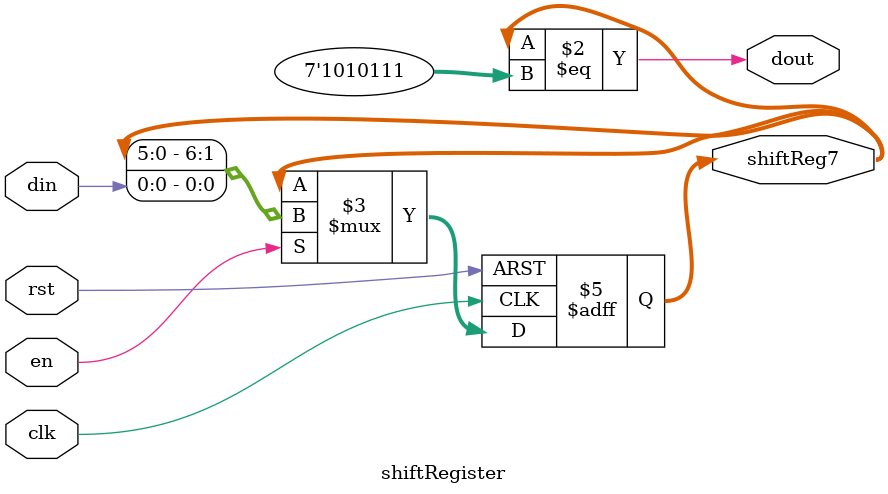
<source format=v>
module shiftRegister(
    input clk, rst,

    input din,
    input en,

    output           dout,
    output reg [6:0] shiftReg7
    );

    always @(posedge clk, posedge rst) begin
        if (rst) shiftReg7 <= 0;
        
        else if (en) begin
            shiftReg7 <= {shiftReg7[5:0], din};
        end
    end

    assign dout = (shiftReg7 == 7'b1010111);

endmodule

</source>
